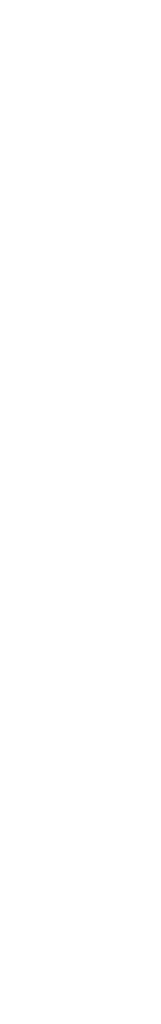
<source format=kicad_pcb>
(kicad_pcb (version 20171130) (host pcbnew "(5.1.10)-1")
  (layers (0 F.Cu signal hide) (31 B.Cu signal hide) (34 B.Paste user) (35 F.Paste user) (36 B.SilkS user) (37 F.SilkS user) (38 B.Mask user) (39 F.Mask user) (44 Edge.Cuts user))
  (net 0 "")
  (net 1 "Net-(C1-Pad1)")
  (net 2 "Net-(C4-Pad1)")
  (net 3 "Net-(C7-Pad1)")
  (net 4 "Net-(C8-Pad2)")
  (net 5 "Net-(C8-Pad1)")
  (net 6 "Net-(D1-Pad2)")
  (net 7 "Net-(D3-Pad2)")
  (net 8 "Net-(R2-Pad1)")
  (net 9 "Net-(C1-Pad2)")
  (net 10 "Net-(C2-Pad1)")
  (net 11 GND)
  (net 12 "Net-(C10-Pad2)")
  (module Diode_THT:D_DO-201AD_P15.24mm_Horizontal (layer F.Cu) (at 156.21 73.66)
    (fp_text reference D3 (at 7.62 -3.72) (layer F.SilkS))
    (fp_text value 1N5408)
    (fp_text user K (at 0 -2.6) (layer F.SilkS))
    (pad 2 thru_hole oval (at 15.24 0) (size 3.2 3.2) (drill 1.6) (layers *.Cu *.Mask) (net 7 "Net-(D3-Pad2)"))
    (pad 1 thru_hole rect (at 0 0) (size 3.2 3.2) (drill 1.6) (layers *.Cu *.Mask) (net 10 "Net-(C2-Pad1)"))
  )
  (module Diode_THT:D_DO-201AD_P15.24mm_Horizontal (layer F.Cu) (at 171.45 67.31 180)
    (fp_text reference D4 (at 7.62 -3.72) (layer F.SilkS))
    (fp_text value 1N5408)
    (fp_text user K (at 0 -2.6) (layer F.SilkS))
    (pad 1 thru_hole rect (at 0 0 180) (size 3.2 3.2) (drill 1.6) (layers *.Cu *.Mask) (net 7 "Net-(D3-Pad2)"))
    (pad 2 thru_hole oval (at 15.24 0 180) (size 3.2 3.2) (drill 1.6) (layers *.Cu *.Mask) (net 12 "Net-(C10-Pad2)"))
  )
  (module Resistor_THT:R_Axial_DIN0207_L6.3mm_D2.5mm_P10.16mm_Horizontal (layer F.Cu) (at 109.22 69.85 270)
    (fp_text reference R2 (at 5.08 -2.37 90) (layer F.SilkS))
    (fp_text value 680)
    (pad 1 thru_hole circle (at 0 0 270) (size 3 3) (drill 1) (layers *.Cu *.Mask) (net 8 "Net-(R2-Pad1)"))
    (pad 2 thru_hole circle (at 10.16 0 270) (size 3 3) (drill 1) (layers *.Cu *.Mask) (net 2 "Net-(C4-Pad1)"))
  )
  (module Capacitor_THT:CP_Radial_D18.0mm_P7.50mm (layer F.Cu) (at 184.785 91.44 90)
    (fp_text reference C9 (at 3.75 -10.25 90) (layer F.SilkS))
    (fp_text value 4700u)
    (pad 1 thru_hole rect (at 0 0 90) (size 3 3) (drill 1) (layers *.Cu *.Mask) (net 10 "Net-(C2-Pad1)"))
    (pad 2 thru_hole circle (at 7.5 0 90) (size 3 3) (drill 1) (layers *.Cu *.Mask) (net 11 GND))
  )
  (module Capacitor_THT:CP_Radial_D4.0mm_P2.00mm (layer F.Cu) (at 145.59 94.615)
    (fp_text reference C1 (at 1 -3.25) (layer F.SilkS))
    (fp_text value 1uF)
    (pad 1 thru_hole rect (at -1 0) (size 3 3) (drill 1) (layers *.Cu *.Mask) (net 1 "Net-(C1-Pad1)"))
    (pad 2 thru_hole circle (at 3 0) (size 3 3) (drill 1) (layers *.Cu *.Mask) (net 9 "Net-(C1-Pad2)"))
  )
  (module Capacitor_THT:CP_Radial_D5.0mm_P2.50mm (layer F.Cu) (at 148.59 75.565)
    (fp_text reference C2 (at 1.25 -3.75) (layer F.SilkS))
    (fp_text value 100uF)
    (pad 1 thru_hole rect (at -1 0) (size 3 3) (drill 1) (layers *.Cu *.Mask) (net 10 "Net-(C2-Pad1)"))
    (pad 2 thru_hole circle (at 2.5 0) (size 3 3) (drill 1) (layers *.Cu *.Mask) (net 11 GND))
  )
  (module Capacitor_THT:C_Disc_D3.8mm_W2.6mm_P2.50mm (layer F.Cu) (at 149.225 81.28)
    (fp_text reference C3 (at 1.25 -2.55) (layer F.SilkS))
    (fp_text value 100nF)
    (pad 1 thru_hole circle (at -1 0) (size 3 3) (drill 1) (layers *.Cu *.Mask) (net 10 "Net-(C2-Pad1)"))
    (pad 2 thru_hole circle (at 2.9 0) (size 3 3) (drill 1) (layers *.Cu *.Mask) (net 11 GND))
  )
  (module Capacitor_THT:CP_Radial_D4.0mm_P2.00mm (layer F.Cu) (at 110.49 88.265 270)
    (fp_text reference C4 (at 1 -3.25 90) (layer F.SilkS))
    (fp_text value 22uF)
    (pad 2 thru_hole circle (at 4 0 270) (size 3 3) (drill 1) (layers *.Cu *.Mask) (net 11 GND))
    (pad 1 thru_hole rect (at -2 0 270) (size 3 3) (drill 1) (layers *.Cu *.Mask) (net 2 "Net-(C4-Pad1)"))
  )
  (module Capacitor_THT:CP_Radial_D5.0mm_P2.50mm (layer F.Cu) (at 133.35 91.44 270)
    (fp_text reference C5 (at 1.25 -3.75 90) (layer F.SilkS))
    (fp_text value 100uF)
    (pad 1 thru_hole rect (at -2 0 270) (size 3 3) (drill 1) (layers *.Cu *.Mask) (net 12 "Net-(C10-Pad2)"))
    (pad 2 thru_hole circle (at 3.5 0 270) (size 3 3) (drill 1) (layers *.Cu *.Mask) (net 11 GND))
  )
  (module Capacitor_THT:C_Disc_D3.8mm_W2.6mm_P2.50mm (layer F.Cu) (at 138.43 91.44 270)
    (fp_text reference C6 (at 1.25 -2.55 90) (layer F.SilkS))
    (fp_text value 100nF)
    (pad 2 thru_hole circle (at 3.5 0 270) (size 3 3) (drill 1) (layers *.Cu *.Mask) (net 11 GND))
    (pad 1 thru_hole circle (at -2 0 270) (size 3 3) (drill 1) (layers *.Cu *.Mask) (net 12 "Net-(C10-Pad2)"))
  )
  (module Capacitor_THT:C_Rect_L16.5mm_W5.0mm_P15.00mm_MKT (layer F.Cu) (at 128.27 77.47 180)
    (fp_text reference C7 (at 7.5 -3.75) (layer F.SilkS))
    (fp_text value 220nF)
    (pad 1 thru_hole circle (at 0 0 180) (size 3 3) (drill 1) (layers *.Cu *.Mask) (net 3 "Net-(C7-Pad1)"))
    (pad 2 thru_hole circle (at 15 0 180) (size 3 3) (drill 1) (layers *.Cu *.Mask) (net 11 GND))
  )
  (module Capacitor_THT:CP_Radial_D5.0mm_P2.50mm (layer F.Cu) (at 159.385 81.915 90)
    (fp_text reference C8 (at 1.25 -3.75 90) (layer F.SilkS))
    (fp_text value 10uF)
    (pad 2 thru_hole circle (at 3.5 0 90) (size 3 3) (drill 1) (layers *.Cu *.Mask) (net 4 "Net-(C8-Pad2)"))
    (pad 1 thru_hole rect (at -2 0 90) (size 3 3) (drill 1) (layers *.Cu *.Mask) (net 5 "Net-(C8-Pad1)"))
  )
  (module Capacitor_THT:CP_Radial_D18.0mm_P7.50mm (layer F.Cu) (at 187.325 67.945 180)
    (fp_text reference C10 (at 3.75 -10.25) (layer F.SilkS))
    (fp_text value 4700u)
    (pad 2 thru_hole circle (at 7.5 0 180) (size 3 3) (drill 1) (layers *.Cu *.Mask) (net 12 "Net-(C10-Pad2)"))
    (pad 1 thru_hole rect (at 0 0 180) (size 3 3) (drill 1) (layers *.Cu *.Mask) (net 11 GND))
  )
  (module Diode_THT:D_DO-41_SOD81_P10.16mm_Horizontal (layer F.Cu) (at 143.51 85.09 180)
    (fp_text reference D1 (at 5.08 -2.47) (layer F.SilkS))
    (fp_text value 1N4007)
    (fp_text user K (at 0 -2.1) (layer F.SilkS))
    (pad 2 thru_hole oval (at 10.16 0 180) (size 3 3) (drill 1) (layers *.Cu *.Mask) (net 6 "Net-(D1-Pad2)"))
    (pad 1 thru_hole rect (at 0 0 180) (size 3 3) (drill 1) (layers *.Cu *.Mask) (net 10 "Net-(C2-Pad1)"))
  )
  (module Diode_THT:D_DO-41_SOD81_P10.16mm_Horizontal (layer F.Cu) (at 143.51 80.01 180)
    (fp_text reference D2 (at 5.08 -2.47) (layer F.SilkS))
    (fp_text value 1N4007)
    (fp_text user K (at 0 -2.1) (layer F.SilkS))
    (pad 1 thru_hole rect (at 0 0 180) (size 3 3) (drill 1) (layers *.Cu *.Mask) (net 6 "Net-(D1-Pad2)"))
    (pad 2 thru_hole oval (at 10.16 0 180) (size 3 3) (drill 1) (layers *.Cu *.Mask) (net 12 "Net-(C10-Pad2)"))
  )
  (module Connector_Phoenix_MSTB:PhoenixContact_MSTBA_2,5_2-G-5,08_1x02_P5.08mm_Horizontal (layer F.Cu) (at 118.11 85.09)
    (fp_text reference J1 (at 2.54 -3.2) (layer F.SilkS))
    (fp_text value Screw_Terminal_01x02)
    (pad 1 thru_hole roundrect (at 0 0) (size 3 3) (drill 1) (layers *.Cu *.Mask) (roundrect_rratio 0.12) (net 11 GND))
    (pad 2 thru_hole oval (at 5.08 0) (size 3 3) (drill 1) (layers *.Cu *.Mask) (net 6 "Net-(D1-Pad2)"))
  )
  (module Connector_Phoenix_MC_HighVoltage:PhoenixContact_MCV_1,5_4-G-5.08_1x04_P5.08mm_Vertical (layer F.Cu) (at 199.39 93.98 90)
    (fp_text reference J2 (at 7.62 -5.55 90) (layer F.SilkS))
    (fp_text value Screw_Terminal_01x04)
    (pad 1 thru_hole roundrect (at 0 0 90) (size 3 3) (drill 1) (layers *.Cu *.Mask) (roundrect_rratio 0.139) (net 4 "Net-(C8-Pad2)"))
    (pad 2 thru_hole circle (at 5.08 0 90) (size 3 3) (drill 1) (layers *.Cu *.Mask) (net 11 GND))
    (pad 3 thru_hole oval (at 10.16 0 90) (size 3 3) (drill 1) (layers *.Cu *.Mask) (net 7 "Net-(D3-Pad2)"))
    (pad 4 thru_hole oval (at 15.24 0 90) (size 3 3) (drill 1) (layers *.Cu *.Mask) (net 11 GND))
  )
  (module Resistor_THT:R_Axial_DIN0207_L6.3mm_D2.5mm_P10.16mm_Horizontal (layer F.Cu) (at 142.875 89.535)
    (fp_text reference R1 (at 5.08 -2.37) (layer F.SilkS))
    (fp_text value 22k)
    (pad 1 thru_hole circle (at 0 0) (size 3 3) (drill 1) (layers *.Cu *.Mask) (net 1 "Net-(C1-Pad1)"))
    (pad 2 thru_hole circle (at 10.16 0) (size 3 3) (drill 1) (layers *.Cu *.Mask) (net 11 GND))
  )
  (module Resistor_THT:R_Axial_DIN0207_L6.3mm_D2.5mm_P10.16mm_Horizontal (layer F.Cu) (at 118.745 66.04)
    (fp_text reference R3 (at 5.08 -2.37) (layer F.SilkS))
    (fp_text value 22k)
    (pad 2 thru_hole circle (at 10.16 0) (size 3 3) (drill 1) (layers *.Cu *.Mask) (net 8 "Net-(R2-Pad1)"))
    (pad 1 thru_hole circle (at 0 0) (size 3 3) (drill 1) (layers *.Cu *.Mask) (net 6 "Net-(D1-Pad2)"))
  )
  (module Resistor_THT:R_Axial_DIN0309_L9.0mm_D3.2mm_P15.24mm_Horizontal (layer F.Cu) (at 113.03 71.12)
    (fp_text reference R4 (at 7.62 -2.72) (layer F.SilkS))
    (fp_text value "1Ohm 0.5W")
    (pad 1 thru_hole circle (at 0 0) (size 3 3) (drill 1) (layers *.Cu *.Mask) (net 6 "Net-(D1-Pad2)"))
    (pad 2 thru_hole oval (at 15.24 0) (size 3 3) (drill 1) (layers *.Cu *.Mask) (net 3 "Net-(C7-Pad1)"))
  )
  (module Resistor_THT:R_Axial_DIN0207_L6.3mm_D2.5mm_P10.16mm_Horizontal (layer F.Cu) (at 174.625 80.01 180)
    (fp_text reference R5 (at 5.08 -2.37) (layer F.SilkS))
    (fp_text value 100k)
    (pad 2 thru_hole circle (at 10.16 0 180) (size 3 3) (drill 1) (layers *.Cu *.Mask) (net 4 "Net-(C8-Pad2)"))
    (pad 1 thru_hole circle (at 0 0 180) (size 3 3) (drill 1) (layers *.Cu *.Mask) (net 11 GND))
  )
  (module Potentiometer_THT:Potentiometer_Alps_RK163_Single_Horizontal (layer F.Cu) (at 160.02 93.345 270)
    (fp_text reference RV1 (at 0 -15.2 90) (layer F.SilkS))
    (fp_text value 50k)
    (pad 3 thru_hole circle (at 0 -10 270) (size 3 3) (drill 1) (layers *.Cu *.Mask) (net 11 GND))
    (pad 2 thru_hole circle (at 0 -5 270) (size 3 3) (drill 1) (layers *.Cu *.Mask) (net 9 "Net-(C1-Pad2)"))
    (pad 1 thru_hole circle (at 0 0 270) (size 3 3) (drill 1) (layers *.Cu *.Mask) (net 5 "Net-(C8-Pad1)"))
  )
  (module Package_TO_SOT_THT:TO-220-5_P3.4x3.7mm_StaggerOdd_Lead3.8mm_Vertical (layer F.Cu) (at 134.62 72.39)
    (fp_text reference U1 (at 3.4 -9.32) (layer F.SilkS))
    (fp_text value TDA2030)
    (pad 1 thru_hole rect (at 0 0) (size 2.8 2.8) (drill 1) (layers *.Cu *.Mask) (net 1 "Net-(C1-Pad1)"))
    (pad 2 thru_hole oval (at 1.7 -3.7) (size 2.8 2.8) (drill 1) (layers *.Cu *.Mask) (net 8 "Net-(R2-Pad1)"))
    (pad 3 thru_hole circle (at 3.4 0) (size 2.8 2.8) (drill 1) (layers *.Cu *.Mask) (net 12 "Net-(C10-Pad2)"))
    (pad 4 thru_hole circle (at 5.1 -3.7) (size 2.8 2.8) (drill 1) (layers *.Cu *.Mask) (net 6 "Net-(D1-Pad2)"))
    (pad 5 thru_hole circle (at 7.8 1) (size 2.8 2.8) (drill 1) (layers *.Cu *.Mask) (net 10 "Net-(C2-Pad1)"))
  )
  (segment (start 132.715 76.2) (end 134.62 76.2) (width 1.25) (layer B.Cu) (net 1))
  (segment (start 131.445 77.47) (end 132.715 76.2) (width 1.25) (layer B.Cu) (net 1))
  (segment (start 131.445 77.736002) (end 131.445 77.47) (width 1.25) (layer B.Cu) (net 1))
  (segment (start 134.62 76.2) (end 134.62 72.39) (width 1.25) (layer B.Cu) (net 1))
  (segment (start 130.81 79.375) (end 130.81 78.371002) (width 1.25) (layer B.Cu) (net 1))
  (segment (start 128.27 81.915) (end 130.81 79.375) (width 1.25) (layer B.Cu) (net 1))
  (segment (start 128.27 88.9) (end 128.27 81.915) (width 1.25) (layer B.Cu) (net 1))
  (segment (start 131.445 92.075) (end 128.27 88.9) (width 1.25) (layer B.Cu) (net 1))
  (segment (start 130.81 78.371002) (end 131.445 77.736002) (width 1.25) (layer B.Cu) (net 1))
  (segment (start 142.875 89.535) (end 140.335 92.075) (width 1.5) (layer B.Cu) (net 1))
  (segment (start 140.335 92.075) (end 131.445 92.075) (width 1.25) (layer B.Cu) (net 1))
  (segment (start 142.875 94.615) (end 140.335 92.075) (width 1.25) (layer B.Cu) (net 1))
  (segment (start 144.59 94.615) (end 142.875 94.615) (width 1.25) (layer B.Cu) (net 1))
  (segment (start 109.22 80.01) (end 111.125 81.915) (width 1.25) (layer B.Cu) (net 2))
  (segment (start 111.125 85.63) (end 110.49 86.265) (width 1.25) (layer B.Cu) (net 2))
  (segment (start 111.125 81.915) (end 111.125 85.63) (width 1.25) (layer B.Cu) (net 2))
  (segment (start 128.27 71.12) (end 128.27 77.47) (width 1.25) (layer B.Cu) (net 3))
  (segment (start 162.87 78.415) (end 164.465 80.01) (width 1.25) (layer B.Cu) (net 4))
  (segment (start 159.385 78.415) (end 162.87 78.415) (width 1.25) (layer B.Cu) (net 4))
  (segment (start 175.895 91.44) (end 164.465 80.01) (width 1.25) (layer B.Cu) (net 4))
  (segment (start 199.39 93.98) (end 197.485 93.98) (width 1.25) (layer B.Cu) (net 4))
  (segment (start 195.8975 95.5675) (end 180.0225 95.5675) (width 1.25) (layer B.Cu) (net 4))
  (segment (start 197.485 93.98) (end 195.8975 95.5675) (width 1.25) (layer B.Cu) (net 4))
  (segment (start 180.0225 95.5675) (end 175.895 91.44) (width 1.25) (layer B.Cu) (net 4))
  (segment (start 160.02 83.55) (end 159.385 82.915) (width 1.25) (layer B.Cu) (net 5))
  (segment (start 160.02 93.345) (end 160.02 83.55) (width 1.25) (layer B.Cu) (net 5))
  (segment (start 133.35 85.09) (end 135.89 85.09) (width 1.5) (layer B.Cu) (net 6))
  (segment (start 140.97 80.01) (end 143.51 80.01) (width 1.5) (layer B.Cu) (net 6))
  (segment (start 135.89 85.09) (end 140.97 80.01) (width 1.5) (layer B.Cu) (net 6))
  (segment (start 123.19 81.28) (end 113.03 71.12) (width 1.5) (layer B.Cu) (net 6))
  (segment (start 123.19 85.09) (end 123.19 81.28) (width 1.5) (layer B.Cu) (net 6))
  (segment (start 125.095 79.375) (end 123.19 81.28) (width 1.5) (layer B.Cu) (net 6))
  (segment (start 125.095 68.58) (end 125.095 79.375) (width 1.5) (layer B.Cu) (net 6))
  (segment (start 122.555 66.04) (end 125.095 68.58) (width 1.5) (layer B.Cu) (net 6))
  (segment (start 118.745 66.04) (end 122.555 66.04) (width 1.5) (layer B.Cu) (net 6))
  (segment (start 131.445 62.865) (end 126.365 62.865) (width 1.5) (layer B.Cu) (net 6))
  (segment (start 133.985 65.405) (end 131.445 62.865) (width 1.5) (layer B.Cu) (net 6))
  (segment (start 137.795 65.405) (end 133.985 65.405) (width 1.5) (layer B.Cu) (net 6))
  (segment (start 126.365 62.865) (end 123.825 60.325) (width 1.5) (layer B.Cu) (net 6))
  (segment (start 139.72 67.33) (end 137.795 65.405) (width 1.5) (layer B.Cu) (net 6))
  (segment (start 139.72 68.69) (end 139.72 67.33) (width 1.5) (layer B.Cu) (net 6))
  (segment (start 123.19 85.09) (end 133.35 85.09) (width 1.25) (layer F.Cu) (net 6))
  (segment (start 107.315 74.295) (end 109.855 74.295) (width 1.25) (layer B.Cu) (net 6))
  (segment (start 106.68 67.31) (end 106.045 67.945) (width 1.25) (layer B.Cu) (net 6))
  (segment (start 106.045 67.945) (end 106.045 73.025) (width 1.25) (layer B.Cu) (net 6))
  (segment (start 107.95 67.31) (end 106.68 67.31) (width 1.25) (layer B.Cu) (net 6))
  (segment (start 106.045 73.025) (end 107.315 74.295) (width 1.25) (layer B.Cu) (net 6))
  (segment (start 114.935 60.325) (end 107.95 67.31) (width 1.25) (layer B.Cu) (net 6))
  (segment (start 109.855 74.295) (end 113.03 71.12) (width 1.25) (layer B.Cu) (net 6))
  (segment (start 123.825 60.325) (end 114.935 60.325) (width 1.25) (layer B.Cu) (net 6))
  (segment (start 171.45 67.31) (end 171.45 73.66) (width 1.25) (layer B.Cu) (net 7))
  (segment (start 183.515 73.66) (end 182.88 73.66) (width 1.25) (layer B.Cu) (net 7))
  (segment (start 182.88 73.66) (end 171.45 73.66) (width 1.25) (layer B.Cu) (net 7))
  (segment (start 189.23 73.66) (end 199.39 83.82) (width 1.25) (layer B.Cu) (net 7))
  (segment (start 182.88 73.66) (end 189.23 73.66) (width 1.25) (layer B.Cu) (net 7))
  (segment (start 136.32 68.69) (end 132.825 68.69) (width 1.5) (layer B.Cu) (net 8))
  (segment (start 126.365 66.04) (end 123.19 62.865) (width 1.5) (layer B.Cu) (net 8))
  (segment (start 128.905 66.04) (end 126.365 66.04) (width 1.5) (layer B.Cu) (net 8))
  (segment (start 131.555 68.69) (end 132.825 68.69) (width 1.25) (layer B.Cu) (net 8))
  (segment (start 128.905 66.04) (end 131.555 68.69) (width 1.25) (layer B.Cu) (net 8))
  (segment (start 116.205 62.865) (end 109.22 69.85) (width 1.25) (layer B.Cu) (net 8))
  (segment (start 123.19 62.865) (end 116.205 62.865) (width 1.25) (layer B.Cu) (net 8))
  (segment (start 161.845 96.52) (end 165.02 93.345) (width 1.25) (layer B.Cu) (net 9))
  (segment (start 156.21 96.52) (end 161.845 96.52) (width 1.25) (layer B.Cu) (net 9))
  (segment (start 154.305 94.615) (end 156.21 96.52) (width 1.25) (layer B.Cu) (net 9))
  (segment (start 148.59 94.615) (end 154.305 94.615) (width 1.25) (layer B.Cu) (net 9))
  (segment (start 145.415 73.39) (end 147.59 75.565) (width 1.25) (layer B.Cu) (net 10))
  (segment (start 142.42 73.39) (end 145.415 73.39) (width 1.25) (layer B.Cu) (net 10))
  (segment (start 147.59 80.645) (end 148.225 81.28) (width 1.25) (layer B.Cu) (net 10))
  (segment (start 147.59 75.565) (end 147.59 80.645) (width 1.25) (layer B.Cu) (net 10))
  (segment (start 148.225 81.28) (end 147.32 81.28) (width 1.25) (layer B.Cu) (net 10))
  (segment (start 145.7325 82.8675) (end 143.51 85.09) (width 1.25) (layer B.Cu) (net 10))
  (segment (start 147.32 81.28) (end 145.7325 82.8675) (width 1.25) (layer B.Cu) (net 10))
  (segment (start 147.59 75.565) (end 147.59 74.025) (width 1.25) (layer B.Cu) (net 10))
  (segment (start 147.59 74.025) (end 150.495 71.12) (width 1.25) (layer B.Cu) (net 10))
  (segment (start 153.67 71.12) (end 156.21 73.66) (width 1.25) (layer B.Cu) (net 10))
  (segment (start 150.495 71.12) (end 153.67 71.12) (width 1.25) (layer B.Cu) (net 10))
  (segment (start 184.785 91.44) (end 180.975 91.44) (width 1.25) (layer B.Cu) (net 10))
  (segment (start 163.195 73.66) (end 156.21 73.66) (width 1.25) (layer B.Cu) (net 10))
  (segment (start 180.975 91.44) (end 163.195 73.66) (width 1.25) (layer B.Cu) (net 10))
  (segment (start 198.755 78.74) (end 200.025 78.74) (width 1.25) (layer B.Cu) (net 11))
  (segment (start 133.35 80.01) (end 138.43 74.93) (width 1.5) (layer B.Cu) (net 12))
  (segment (start 132.08 81.28) (end 133.35 80.01) (width 1.5) (layer B.Cu) (net 12))
  (segment (start 138.02 72.39) (end 139.065 72.39) (width 1.25) (layer B.Cu) (net 12))
  (segment (start 131.985 89.44) (end 133.35 89.44) (width 1.25) (layer B.Cu) (net 12))
  (segment (start 130.175 87.63) (end 131.985 89.44) (width 1.25) (layer B.Cu) (net 12))
  (segment (start 130.175 83.185) (end 130.175 87.63) (width 1.25) (layer B.Cu) (net 12))
  (segment (start 132.08 81.28) (end 130.175 83.185) (width 1.25) (layer B.Cu) (net 12))
  (segment (start 138.43 89.44) (end 133.35 89.44) (width 1.25) (layer B.Cu) (net 12))
  (segment (start 139.313002 72.39) (end 138.02 72.39) (width 1.25) (layer B.Cu) (net 12))
  (segment (start 141.605 70.485) (end 139.7 72.39) (width 1.25) (layer B.Cu) (net 12))
  (segment (start 139.7 72.39) (end 139.313002 72.39) (width 1.25) (layer B.Cu) (net 12))
  (segment (start 156.21 67.31) (end 151.13 67.31) (width 1.25) (layer B.Cu) (net 12))
  (segment (start 147.955 70.485) (end 141.605 70.485) (width 1.25) (layer B.Cu) (net 12))
  (segment (start 151.13 67.31) (end 147.955 70.485) (width 1.25) (layer B.Cu) (net 12))
  (segment (start 179.825 67.945) (end 175.38 63.5) (width 1.25) (layer B.Cu) (net 12))
  (segment (start 160.02 63.5) (end 156.21 67.31) (width 1.25) (layer B.Cu) (net 12))
  (segment (start 175.38 63.5) (end 160.02 63.5) (width 1.25) (layer B.Cu) (net 12))
  (segment (start 138.43 72.8) (end 138.02 72.39) (width 1.25) (layer B.Cu) (net 12))
  (segment (start 138.43 74.93) (end 138.43 72.8) (width 1.25) (layer B.Cu) (net 12))
  (zone (net 11) (net_name GND) (layer B.Cu) (connect_pads (clearance 0.508)) (min_thickness 0.254) (fill yes (arc_segments 32) (thermal_gap 0.508) (thermal_bridge_width 0.508))
    (polygon (pts (xy 203.835 104.775) (xy 103.505 104.775) (xy 103.505 57.785) (xy 203.835 57.785)))
  )
  (zone (net 11) (net_name GND) (layer B.Cu) (connect_pads (clearance 0.508)) (min_thickness 0.254) (fill yes (arc_segments 32) (thermal_gap 0.508) (thermal_bridge_width 0.508))
    (polygon (pts (xy 204.47 109.855) (xy 100.965 109.855) (xy 100.965 57.785) (xy 204.47 57.785)))
  )
)
</source>
